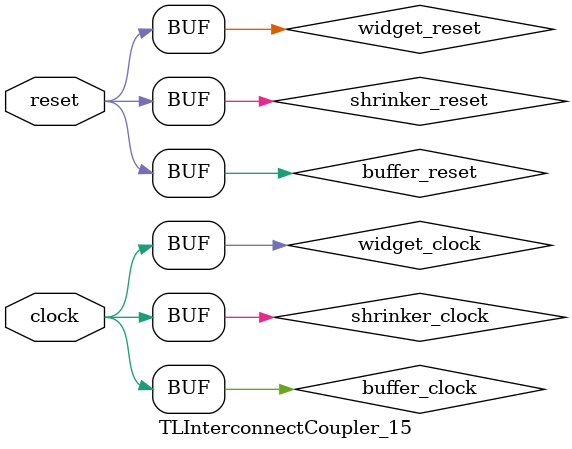
<source format=v>
module TLInterconnectCoupler_15(
  input   clock,
  input   reset
);
  wire  buffer_clock; // @[Buffer.scala 68:28]
  wire  buffer_reset; // @[Buffer.scala 68:28]
  wire  shrinker_clock; // @[SourceShrinker.scala 88:30]
  wire  shrinker_reset; // @[SourceShrinker.scala 88:30]
  wire  widget_clock; // @[WidthWidget.scala 212:28]
  wire  widget_reset; // @[WidthWidget.scala 212:28]
  BundleBridgeNexus buffer ( // @[Buffer.scala 68:28]
    .clock(buffer_clock),
    .reset(buffer_reset)
  );
  BundleBridgeNexus shrinker ( // @[SourceShrinker.scala 88:30]
    .clock(shrinker_clock),
    .reset(shrinker_reset)
  );
  BundleBridgeNexus widget ( // @[WidthWidget.scala 212:28]
    .clock(widget_clock),
    .reset(widget_reset)
  );
  assign buffer_clock = clock;
  assign buffer_reset = reset;
  assign shrinker_clock = clock;
  assign shrinker_reset = reset;
  assign widget_clock = clock;
  assign widget_reset = reset;
endmodule

</source>
